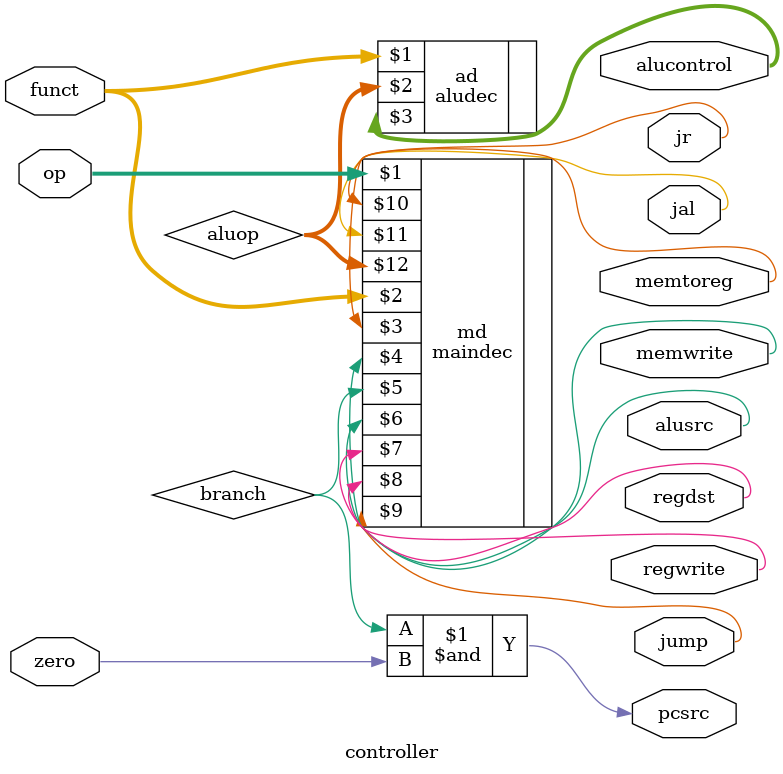
<source format=sv>
`ifndef CONTROLLER
`define CONTROLLER

`timescale 1ns/100ps

`include "../maindec/maindec.sv"
`include "../aludec/aludec.sv"

module controller
    #(parameter n = 32)(
    //
    // ---------------- PORT DEFINITIONS ----------------
    //
    input  logic [5:0] op, funct,
    input  logic       zero,
    output logic       memtoreg, memwrite,
    output logic       pcsrc, alusrc,
    output logic       regdst, regwrite,
    output logic       jump, jr, jal, 
    output logic [2:0] alucontrol
);
    //
    // ---------------- MODULE DESIGN IMPLEMENTATION ----------------
    //
    logic [1:0] aluop;
    logic       branch;
    
    // CPU main decoder
    maindec md(op, funct, memtoreg, memwrite, branch, alusrc, regdst, regwrite, jump, jr, jal, aluop);
    // CPU's ALU decoder
    aludec  ad(funct, aluop, alucontrol);

  assign pcsrc = branch & zero;

endmodule

`endif // CONTROLLER

</source>
